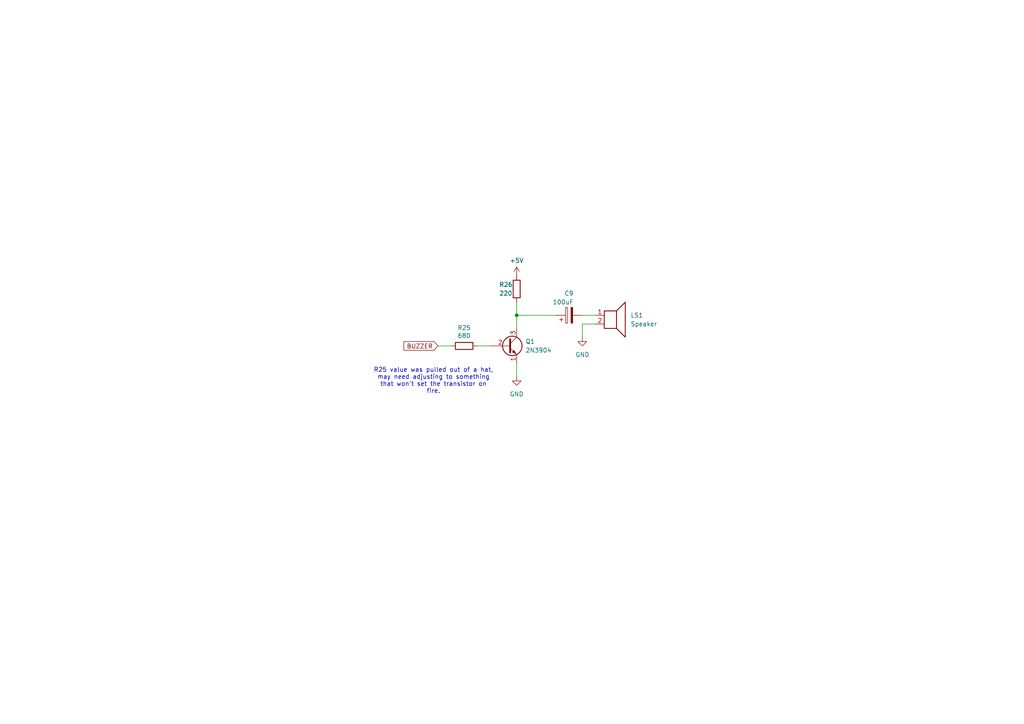
<source format=kicad_sch>
(kicad_sch (version 20231120) (generator "eeschema") (generator_version "8.0")
  (paper "A4")
  (title_block (comment 3 "it is meant to irritate so it probably manages that.") (comment 4 "Simple circuit for driving a *very* small speaker. Probably sounds terrible, but"))
  (lib_symbols
    (symbol "Device:C_Polarized" (pin_numbers hide) (pin_names (offset 0.254))
      (property "Reference" "C" (at 0.635 2.54 0))
      (property "Value" "C_Polarized" (at 0.635 -2.54 0))
      (symbol "C_Polarized_0_1"
        (rectangle (start -2.286 0.508) (end 2.286 1.016))
        (polyline (pts (xy -1.778 2.286) (xy -0.762 2.286)))
        (polyline (pts (xy -1.27 2.794) (xy -1.27 1.778)))
        (rectangle (start 2.286 -0.508) (end -2.286 -1.016) (fill (type outline)))
      )
      (symbol "C_Polarized_1_1"
        (pin passive line (at 0 3.81 270) (length 2.794) (name "~") (number "1"))
        (pin passive line (at 0 -3.81 90) (length 2.794) (name "~") (number "2"))
      )
    )
    (symbol "Device:R" (pin_numbers hide) (pin_names (offset 0))
      (property "Reference" "R" (at 2.032 0 90))
      (property "Value" "R" (at 0 0 90))
      (symbol "R_0_1"
        (rectangle (start -1.016 -2.54) (end 1.016 2.54) (stroke (width 0.254)))
      )
      (symbol "R_1_1"
        (pin passive line (at 0 3.81 270) (length 1.27) (name "~") (number "1"))
        (pin passive line (at 0 -3.81 90) (length 1.27) (name "~") (number "2"))
      )
    )
    (symbol "Device:Speaker" (pin_names (offset 0) hide)
      (property "Reference" "LS" (at 1.27 5.715 0))
      (property "Value" "Speaker" (at 1.27 3.81 0))
      (symbol "Speaker_0_0"
        (rectangle (start -2.54 1.27) (end 1.016 -3.81) (stroke (width 0.254)))
        (polyline (pts (xy 1.016 1.27) (xy 3.556 3.81) (xy 3.556 -6.35) (xy 1.016 -3.81)) (stroke (width 0.254)))
      )
      (symbol "Speaker_1_1"
        (pin input line (at -5.08 0 0) (length 2.54) (name "1") (number "1"))
        (pin input line (at -5.08 -2.54 0) (length 2.54) (name "2") (number "2"))
      )
    )
    (symbol "Transistor_BJT:2N3904" (pin_names (offset 0) hide)
      (property "Reference" "Q" (at 5.08 1.905 0))
      (property "Value" "2N3904" (at 5.08 0 0))
      (symbol "2N3904_0_1"
        (polyline (pts (xy 0.635 0.635) (xy 2.54 2.54)))
        (polyline (pts (xy 0.635 -0.635) (xy 2.54 -2.54) (xy 2.54 -2.54)))
        (polyline (pts (xy 0.635 1.905) (xy 0.635 -1.905) (xy 0.635 -1.905)) (stroke (width 0.508)))
        (polyline (pts (xy 1.27 -1.778) (xy 1.778 -1.27) (xy 2.286 -2.286) (xy 1.27 -1.778) (xy 1.27 -1.778)) (fill (type outline)))
        (circle (center 1.27 0) (radius 2.8194) (stroke (width 0.254)))
      )
      (symbol "2N3904_1_1"
        (pin passive line (at 2.54 -5.08 90) (length 2.54) (name "E") (number "1"))
        (pin passive line (at -5.08 0 0) (length 5.715) (name "B") (number "2"))
        (pin passive line (at 2.54 5.08 270) (length 2.54) (name "C") (number "3"))
      )
    )
    (symbol "power:+5V" (power) (pin_numbers hide) (pin_names (offset 0) hide)
      (property "Value" "+5V" (at 0 3.556 0))
      (symbol "+5V_0_1"
        (polyline (pts (xy -0.762 1.27) (xy 0 2.54)))
        (polyline (pts (xy 0 0) (xy 0 2.54)))
        (polyline (pts (xy 0 2.54) (xy 0.762 1.27)))
      )
      (symbol "+5V_1_1"
        (pin power_in line (at 0 0 90) (length 0) (name "~") (number "1"))
      )
    )
    (symbol "power:GND" (power) (pin_numbers hide) (pin_names (offset 0) hide)
      (property "Value" "GND" (at 0 -3.81 0))
      (symbol "GND_0_1"
        (polyline (pts (xy 0 0) (xy 0 -1.27) (xy 1.27 -1.27) (xy 0 -2.54) (xy -1.27 -1.27) (xy 0 -1.27)))
      )
      (symbol "GND_1_1"
        (pin power_in line (at 0 0 270) (length 0) (name "~") (number "1"))
      )
    )
  )
  (junction (at 149.86 91.44))
  (wire (pts (xy 127 100.33) (xy 130.81 100.33)))
  (wire (pts (xy 138.43 100.33) (xy 142.24 100.33)))
  (wire (pts (xy 149.86 87.63) (xy 149.86 91.44)))
  (wire (pts (xy 168.91 93.98) (xy 168.91 97.79)))
  (wire (pts (xy 149.86 91.44) (xy 161.29 91.44)))
  (wire (pts (xy 149.86 105.41) (xy 149.86 109.22)))
  (wire (pts (xy 168.91 91.44) (xy 172.72 91.44)))
  (wire (pts (xy 172.72 93.98) (xy 168.91 93.98)))
  (wire (pts (xy 149.86 91.44) (xy 149.86 95.25)))
  (text "R25 value was pulled out of a hat,\nmay need adjusting to something\nthat won't set the transistor on\nfire." (at 125.73 110.49 0) (effects (font (size 1.27 1.27))))
  (global_label "BUZZER" (shape input) (at 127 100.33 180) (property "Intersheetrefs" "${INTERSHEET_REFS}" (effects (hide yes))))
  (symbol (lib_id "Transistor_BJT:2N3904") (at 147.32 100.33 0) (unit 1)
    (property "Reference" "Q1" (at 152.4 99.0599 0) (effects (justify left)))
    (property "Value" "2N3904" (at 152.4 101.5999 0) (effects (justify left)))
    (property "Footprint" "Package_TO_SOT_THT:TO-92_Inline_Wide" (effects (hide yes)))
    (property "Datasheet" "https://www.onsemi.com/pub/Collateral/2N3903-D.PDF" (effects (hide yes)))
    (property "Description" "0.2A Ic, 40V Vce, Small Signal NPN Transistor, TO-92" (effects (hide yes)))
  )
  (symbol (lib_id "power:GND") (at 168.91 97.79 0) (unit 1)
    (property "Reference" "#PWR026" (effects (hide yes)))
    (property "Value" "GND" (at 168.91 102.87 0))
    (property "Description" "Power symbol creates a global label with name \"GND\" , ground" (effects (hide yes)))
  )
  (symbol (lib_id "Device:R") (at 149.86 83.82 0) (unit 1)
    (property "Reference" "R26" (at 144.78 82.55 0) (effects (justify left)))
    (property "Value" "220" (at 144.78 85.09 0) (effects (justify left)))
    (property "Footprint" "resistor:R_Axial_DIN0207_L6.3mm_D2.5mm_P10.16mm_Horizontal" (effects (hide yes)))
    (property "Description" "Resistor" (effects (hide yes)))
  )
  (symbol (lib_id "Device:C_Polarized") (at 165.1 91.44 90) (unit 1)
    (property "Reference" "C9" (at 166.37 85.09 90) (effects (justify left)))
    (property "Value" "100uF" (at 166.37 87.63 90) (effects (justify left)))
    (property "Footprint" "Capacitor_THT:CP_Radial_D5.0mm_P2.50mm" (effects (hide yes)))
    (property "Description" "Polarized capacitor" (effects (hide yes)))
  )
  (symbol (lib_id "Device:Speaker") (at 177.8 91.44 0) (unit 1)
    (property "Reference" "LS1" (at 182.88 91.4399 0) (effects (justify left)))
    (property "Value" "Speaker" (at 182.88 93.9799 0) (effects (justify left)))
    (property "Footprint" "small_buzzer:Buzzer_12x9.5RM7.6" (effects (hide yes)))
    (property "Description" "Speaker" (effects (hide yes)))
  )
  (symbol (lib_id "power:GND") (at 149.86 109.22 0) (unit 1)
    (property "Reference" "#PWR025" (effects (hide yes)))
    (property "Value" "GND" (at 149.86 114.3 0))
    (property "Description" "Power symbol creates a global label with name \"GND\" , ground" (effects (hide yes)))
  )
  (symbol (lib_id "power:+5V") (at 149.86 80.01 0) (unit 1)
    (property "Reference" "#PWR024" (effects (hide yes)))
    (property "Value" "+5V" (at 149.86 75.565 0))
    (property "Description" "Power symbol creates a global label with name \"+5V\"" (effects (hide yes)))
  )
  (symbol (lib_id "Device:R") (at 134.62 100.33 270) (unit 1)
    (property "Reference" "R25" (at 134.62 95.0722 90))
    (property "Value" "680" (at 134.62 97.3836 90))
    (property "Footprint" "resistor:R_Axial_DIN0207_L6.3mm_D2.5mm_P10.16mm_Horizontal" (effects (hide yes)))
    (property "Description" "Resistor" (effects (hide yes)))
  )
)
</source>
